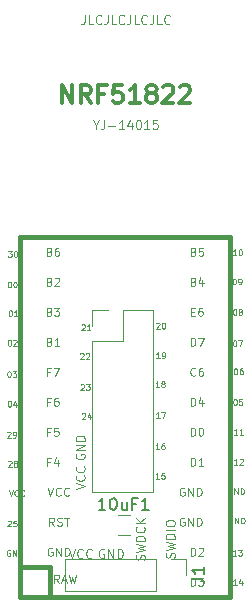
<source format=gbr>
G04 #@! TF.FileFunction,Legend,Top*
%FSLAX46Y46*%
G04 Gerber Fmt 4.6, Leading zero omitted, Abs format (unit mm)*
G04 Created by KiCad (PCBNEW 4.0.7) date 05/30/18 17:56:51*
%MOMM*%
%LPD*%
G01*
G04 APERTURE LIST*
%ADD10C,0.100000*%
%ADD11C,0.300000*%
%ADD12C,0.381000*%
%ADD13C,0.120000*%
%ADD14C,0.150000*%
G04 APERTURE END LIST*
D10*
X151410682Y-108694350D02*
X151124968Y-108694350D01*
X151267825Y-108694350D02*
X151267825Y-108194350D01*
X151220206Y-108265779D01*
X151172587Y-108313398D01*
X151124968Y-108337208D01*
X151863063Y-108194350D02*
X151624968Y-108194350D01*
X151601158Y-108432446D01*
X151624968Y-108408636D01*
X151672587Y-108384827D01*
X151791634Y-108384827D01*
X151839253Y-108408636D01*
X151863063Y-108432446D01*
X151886872Y-108480065D01*
X151886872Y-108599112D01*
X151863063Y-108646731D01*
X151839253Y-108670541D01*
X151791634Y-108694350D01*
X151672587Y-108694350D01*
X151624968Y-108670541D01*
X151601158Y-108646731D01*
X151410682Y-106189910D02*
X151124968Y-106189910D01*
X151267825Y-106189910D02*
X151267825Y-105689910D01*
X151220206Y-105761339D01*
X151172587Y-105808958D01*
X151124968Y-105832768D01*
X151839253Y-105689910D02*
X151744015Y-105689910D01*
X151696396Y-105713720D01*
X151672587Y-105737530D01*
X151624968Y-105808958D01*
X151601158Y-105904196D01*
X151601158Y-106094672D01*
X151624968Y-106142291D01*
X151648777Y-106166101D01*
X151696396Y-106189910D01*
X151791634Y-106189910D01*
X151839253Y-106166101D01*
X151863063Y-106142291D01*
X151886872Y-106094672D01*
X151886872Y-105975625D01*
X151863063Y-105928006D01*
X151839253Y-105904196D01*
X151791634Y-105880387D01*
X151696396Y-105880387D01*
X151648777Y-105904196D01*
X151624968Y-105928006D01*
X151601158Y-105975625D01*
X151446242Y-103535610D02*
X151160528Y-103535610D01*
X151303385Y-103535610D02*
X151303385Y-103035610D01*
X151255766Y-103107039D01*
X151208147Y-103154658D01*
X151160528Y-103178468D01*
X151612909Y-103035610D02*
X151946242Y-103035610D01*
X151731956Y-103535610D01*
X151410682Y-100954970D02*
X151124968Y-100954970D01*
X151267825Y-100954970D02*
X151267825Y-100454970D01*
X151220206Y-100526399D01*
X151172587Y-100574018D01*
X151124968Y-100597828D01*
X151696396Y-100669256D02*
X151648777Y-100645447D01*
X151624968Y-100621637D01*
X151601158Y-100574018D01*
X151601158Y-100550209D01*
X151624968Y-100502590D01*
X151648777Y-100478780D01*
X151696396Y-100454970D01*
X151791634Y-100454970D01*
X151839253Y-100478780D01*
X151863063Y-100502590D01*
X151886872Y-100550209D01*
X151886872Y-100574018D01*
X151863063Y-100621637D01*
X151839253Y-100645447D01*
X151791634Y-100669256D01*
X151696396Y-100669256D01*
X151648777Y-100693066D01*
X151624968Y-100716875D01*
X151601158Y-100764494D01*
X151601158Y-100859732D01*
X151624968Y-100907351D01*
X151648777Y-100931161D01*
X151696396Y-100954970D01*
X151791634Y-100954970D01*
X151839253Y-100931161D01*
X151863063Y-100907351D01*
X151886872Y-100859732D01*
X151886872Y-100764494D01*
X151863063Y-100716875D01*
X151839253Y-100693066D01*
X151791634Y-100669256D01*
X151446242Y-98486090D02*
X151160528Y-98486090D01*
X151303385Y-98486090D02*
X151303385Y-97986090D01*
X151255766Y-98057519D01*
X151208147Y-98105138D01*
X151160528Y-98128948D01*
X151684337Y-98486090D02*
X151779575Y-98486090D01*
X151827194Y-98462281D01*
X151851004Y-98438471D01*
X151898623Y-98367043D01*
X151922432Y-98271805D01*
X151922432Y-98081329D01*
X151898623Y-98033710D01*
X151874813Y-98009900D01*
X151827194Y-97986090D01*
X151731956Y-97986090D01*
X151684337Y-98009900D01*
X151660528Y-98033710D01*
X151636718Y-98081329D01*
X151636718Y-98200376D01*
X151660528Y-98247995D01*
X151684337Y-98271805D01*
X151731956Y-98295614D01*
X151827194Y-98295614D01*
X151874813Y-98271805D01*
X151898623Y-98247995D01*
X151922432Y-98200376D01*
X151160528Y-95526730D02*
X151184338Y-95502920D01*
X151231957Y-95479110D01*
X151351004Y-95479110D01*
X151398623Y-95502920D01*
X151422433Y-95526730D01*
X151446242Y-95574349D01*
X151446242Y-95621968D01*
X151422433Y-95693396D01*
X151136719Y-95979110D01*
X151446242Y-95979110D01*
X151755766Y-95479110D02*
X151803385Y-95479110D01*
X151851004Y-95502920D01*
X151874813Y-95526730D01*
X151898623Y-95574349D01*
X151922432Y-95669587D01*
X151922432Y-95788634D01*
X151898623Y-95883872D01*
X151874813Y-95931491D01*
X151851004Y-95955301D01*
X151803385Y-95979110D01*
X151755766Y-95979110D01*
X151708147Y-95955301D01*
X151684337Y-95931491D01*
X151660528Y-95883872D01*
X151636718Y-95788634D01*
X151636718Y-95669587D01*
X151660528Y-95574349D01*
X151684337Y-95526730D01*
X151708147Y-95502920D01*
X151755766Y-95479110D01*
X144879108Y-103194990D02*
X144902918Y-103171180D01*
X144950537Y-103147370D01*
X145069584Y-103147370D01*
X145117203Y-103171180D01*
X145141013Y-103194990D01*
X145164822Y-103242609D01*
X145164822Y-103290228D01*
X145141013Y-103361656D01*
X144855299Y-103647370D01*
X145164822Y-103647370D01*
X145593393Y-103314037D02*
X145593393Y-103647370D01*
X145474346Y-103123561D02*
X145355298Y-103480704D01*
X145664822Y-103480704D01*
X144767348Y-100726110D02*
X144791158Y-100702300D01*
X144838777Y-100678490D01*
X144957824Y-100678490D01*
X145005443Y-100702300D01*
X145029253Y-100726110D01*
X145053062Y-100773729D01*
X145053062Y-100821348D01*
X145029253Y-100892776D01*
X144743539Y-101178490D01*
X145053062Y-101178490D01*
X145219729Y-100678490D02*
X145529252Y-100678490D01*
X145362586Y-100868967D01*
X145434014Y-100868967D01*
X145481633Y-100892776D01*
X145505443Y-100916586D01*
X145529252Y-100964205D01*
X145529252Y-101083252D01*
X145505443Y-101130871D01*
X145481633Y-101154681D01*
X145434014Y-101178490D01*
X145291157Y-101178490D01*
X145243538Y-101154681D01*
X145219729Y-101130871D01*
X144729248Y-98107370D02*
X144753058Y-98083560D01*
X144800677Y-98059750D01*
X144919724Y-98059750D01*
X144967343Y-98083560D01*
X144991153Y-98107370D01*
X145014962Y-98154989D01*
X145014962Y-98202608D01*
X144991153Y-98274036D01*
X144705439Y-98559750D01*
X145014962Y-98559750D01*
X145205438Y-98107370D02*
X145229248Y-98083560D01*
X145276867Y-98059750D01*
X145395914Y-98059750D01*
X145443533Y-98083560D01*
X145467343Y-98107370D01*
X145491152Y-98154989D01*
X145491152Y-98202608D01*
X145467343Y-98274036D01*
X145181629Y-98559750D01*
X145491152Y-98559750D01*
X144841008Y-95676590D02*
X144864818Y-95652780D01*
X144912437Y-95628970D01*
X145031484Y-95628970D01*
X145079103Y-95652780D01*
X145102913Y-95676590D01*
X145126722Y-95724209D01*
X145126722Y-95771828D01*
X145102913Y-95843256D01*
X144817199Y-96128970D01*
X145126722Y-96128970D01*
X145602912Y-96128970D02*
X145317198Y-96128970D01*
X145460055Y-96128970D02*
X145460055Y-95628970D01*
X145412436Y-95700399D01*
X145364817Y-95748018D01*
X145317198Y-95771828D01*
X138609439Y-89421210D02*
X138918962Y-89421210D01*
X138752296Y-89611687D01*
X138823724Y-89611687D01*
X138871343Y-89635496D01*
X138895153Y-89659306D01*
X138918962Y-89706925D01*
X138918962Y-89825972D01*
X138895153Y-89873591D01*
X138871343Y-89897401D01*
X138823724Y-89921210D01*
X138680867Y-89921210D01*
X138633248Y-89897401D01*
X138609439Y-89873591D01*
X139228486Y-89421210D02*
X139276105Y-89421210D01*
X139323724Y-89445020D01*
X139347533Y-89468830D01*
X139371343Y-89516449D01*
X139395152Y-89611687D01*
X139395152Y-89730734D01*
X139371343Y-89825972D01*
X139347533Y-89873591D01*
X139323724Y-89897401D01*
X139276105Y-89921210D01*
X139228486Y-89921210D01*
X139180867Y-89897401D01*
X139157057Y-89873591D01*
X139133248Y-89825972D01*
X139109438Y-89730734D01*
X139109438Y-89611687D01*
X139133248Y-89516449D01*
X139157057Y-89468830D01*
X139180867Y-89445020D01*
X139228486Y-89421210D01*
X138714196Y-92001850D02*
X138761815Y-92001850D01*
X138809434Y-92025660D01*
X138833243Y-92049470D01*
X138857053Y-92097089D01*
X138880862Y-92192327D01*
X138880862Y-92311374D01*
X138857053Y-92406612D01*
X138833243Y-92454231D01*
X138809434Y-92478041D01*
X138761815Y-92501850D01*
X138714196Y-92501850D01*
X138666577Y-92478041D01*
X138642767Y-92454231D01*
X138618958Y-92406612D01*
X138595148Y-92311374D01*
X138595148Y-92192327D01*
X138618958Y-92097089D01*
X138642767Y-92049470D01*
X138666577Y-92025660D01*
X138714196Y-92001850D01*
X139190386Y-92001850D02*
X139238005Y-92001850D01*
X139285624Y-92025660D01*
X139309433Y-92049470D01*
X139333243Y-92097089D01*
X139357052Y-92192327D01*
X139357052Y-92311374D01*
X139333243Y-92406612D01*
X139309433Y-92454231D01*
X139285624Y-92478041D01*
X139238005Y-92501850D01*
X139190386Y-92501850D01*
X139142767Y-92478041D01*
X139118957Y-92454231D01*
X139095148Y-92406612D01*
X139071338Y-92311374D01*
X139071338Y-92192327D01*
X139095148Y-92097089D01*
X139118957Y-92049470D01*
X139142767Y-92025660D01*
X139190386Y-92001850D01*
X138790396Y-94432630D02*
X138838015Y-94432630D01*
X138885634Y-94456440D01*
X138909443Y-94480250D01*
X138933253Y-94527869D01*
X138957062Y-94623107D01*
X138957062Y-94742154D01*
X138933253Y-94837392D01*
X138909443Y-94885011D01*
X138885634Y-94908821D01*
X138838015Y-94932630D01*
X138790396Y-94932630D01*
X138742777Y-94908821D01*
X138718967Y-94885011D01*
X138695158Y-94837392D01*
X138671348Y-94742154D01*
X138671348Y-94623107D01*
X138695158Y-94527869D01*
X138718967Y-94480250D01*
X138742777Y-94456440D01*
X138790396Y-94432630D01*
X139433252Y-94932630D02*
X139147538Y-94932630D01*
X139290395Y-94932630D02*
X139290395Y-94432630D01*
X139242776Y-94504059D01*
X139195157Y-94551678D01*
X139147538Y-94575488D01*
X138714196Y-96939610D02*
X138761815Y-96939610D01*
X138809434Y-96963420D01*
X138833243Y-96987230D01*
X138857053Y-97034849D01*
X138880862Y-97130087D01*
X138880862Y-97249134D01*
X138857053Y-97344372D01*
X138833243Y-97391991D01*
X138809434Y-97415801D01*
X138761815Y-97439610D01*
X138714196Y-97439610D01*
X138666577Y-97415801D01*
X138642767Y-97391991D01*
X138618958Y-97344372D01*
X138595148Y-97249134D01*
X138595148Y-97130087D01*
X138618958Y-97034849D01*
X138642767Y-96987230D01*
X138666577Y-96963420D01*
X138714196Y-96939610D01*
X139071338Y-96987230D02*
X139095148Y-96963420D01*
X139142767Y-96939610D01*
X139261814Y-96939610D01*
X139309433Y-96963420D01*
X139333243Y-96987230D01*
X139357052Y-97034849D01*
X139357052Y-97082468D01*
X139333243Y-97153896D01*
X139047529Y-97439610D01*
X139357052Y-97439610D01*
X138678636Y-99593910D02*
X138726255Y-99593910D01*
X138773874Y-99617720D01*
X138797683Y-99641530D01*
X138821493Y-99689149D01*
X138845302Y-99784387D01*
X138845302Y-99903434D01*
X138821493Y-99998672D01*
X138797683Y-100046291D01*
X138773874Y-100070101D01*
X138726255Y-100093910D01*
X138678636Y-100093910D01*
X138631017Y-100070101D01*
X138607207Y-100046291D01*
X138583398Y-99998672D01*
X138559588Y-99903434D01*
X138559588Y-99784387D01*
X138583398Y-99689149D01*
X138607207Y-99641530D01*
X138631017Y-99617720D01*
X138678636Y-99593910D01*
X139011969Y-99593910D02*
X139321492Y-99593910D01*
X139154826Y-99784387D01*
X139226254Y-99784387D01*
X139273873Y-99808196D01*
X139297683Y-99832006D01*
X139321492Y-99879625D01*
X139321492Y-99998672D01*
X139297683Y-100046291D01*
X139273873Y-100070101D01*
X139226254Y-100093910D01*
X139083397Y-100093910D01*
X139035778Y-100070101D01*
X139011969Y-100046291D01*
X138714196Y-102098350D02*
X138761815Y-102098350D01*
X138809434Y-102122160D01*
X138833243Y-102145970D01*
X138857053Y-102193589D01*
X138880862Y-102288827D01*
X138880862Y-102407874D01*
X138857053Y-102503112D01*
X138833243Y-102550731D01*
X138809434Y-102574541D01*
X138761815Y-102598350D01*
X138714196Y-102598350D01*
X138666577Y-102574541D01*
X138642767Y-102550731D01*
X138618958Y-102503112D01*
X138595148Y-102407874D01*
X138595148Y-102288827D01*
X138618958Y-102193589D01*
X138642767Y-102145970D01*
X138666577Y-102122160D01*
X138714196Y-102098350D01*
X139309433Y-102265017D02*
X139309433Y-102598350D01*
X139190386Y-102074541D02*
X139071338Y-102431684D01*
X139380862Y-102431684D01*
X138559588Y-104764710D02*
X138583398Y-104740900D01*
X138631017Y-104717090D01*
X138750064Y-104717090D01*
X138797683Y-104740900D01*
X138821493Y-104764710D01*
X138845302Y-104812329D01*
X138845302Y-104859948D01*
X138821493Y-104931376D01*
X138535779Y-105217090D01*
X138845302Y-105217090D01*
X139083397Y-105217090D02*
X139178635Y-105217090D01*
X139226254Y-105193281D01*
X139250064Y-105169471D01*
X139297683Y-105098043D01*
X139321492Y-105002805D01*
X139321492Y-104812329D01*
X139297683Y-104764710D01*
X139273873Y-104740900D01*
X139226254Y-104717090D01*
X139131016Y-104717090D01*
X139083397Y-104740900D01*
X139059588Y-104764710D01*
X139035778Y-104812329D01*
X139035778Y-104931376D01*
X139059588Y-104978995D01*
X139083397Y-105002805D01*
X139131016Y-105026614D01*
X139226254Y-105026614D01*
X139273873Y-105002805D01*
X139297683Y-104978995D01*
X139321492Y-104931376D01*
X138633248Y-107233590D02*
X138657058Y-107209780D01*
X138704677Y-107185970D01*
X138823724Y-107185970D01*
X138871343Y-107209780D01*
X138895153Y-107233590D01*
X138918962Y-107281209D01*
X138918962Y-107328828D01*
X138895153Y-107400256D01*
X138609439Y-107685970D01*
X138918962Y-107685970D01*
X139204676Y-107400256D02*
X139157057Y-107376447D01*
X139133248Y-107352637D01*
X139109438Y-107305018D01*
X139109438Y-107281209D01*
X139133248Y-107233590D01*
X139157057Y-107209780D01*
X139204676Y-107185970D01*
X139299914Y-107185970D01*
X139347533Y-107209780D01*
X139371343Y-107233590D01*
X139395152Y-107281209D01*
X139395152Y-107305018D01*
X139371343Y-107352637D01*
X139347533Y-107376447D01*
X139299914Y-107400256D01*
X139204676Y-107400256D01*
X139157057Y-107424066D01*
X139133248Y-107447875D01*
X139109438Y-107495494D01*
X139109438Y-107590732D01*
X139133248Y-107638351D01*
X139157057Y-107662161D01*
X139204676Y-107685970D01*
X139299914Y-107685970D01*
X139347533Y-107662161D01*
X139371343Y-107638351D01*
X139395152Y-107590732D01*
X139395152Y-107495494D01*
X139371343Y-107447875D01*
X139347533Y-107424066D01*
X139299914Y-107400256D01*
X138685354Y-109652310D02*
X138852021Y-110152310D01*
X139018687Y-109652310D01*
X139471068Y-110104691D02*
X139447258Y-110128501D01*
X139375830Y-110152310D01*
X139328211Y-110152310D01*
X139256782Y-110128501D01*
X139209163Y-110080882D01*
X139185354Y-110033263D01*
X139161544Y-109938025D01*
X139161544Y-109866596D01*
X139185354Y-109771358D01*
X139209163Y-109723739D01*
X139256782Y-109676120D01*
X139328211Y-109652310D01*
X139375830Y-109652310D01*
X139447258Y-109676120D01*
X139471068Y-109699930D01*
X139971068Y-110104691D02*
X139947258Y-110128501D01*
X139875830Y-110152310D01*
X139828211Y-110152310D01*
X139756782Y-110128501D01*
X139709163Y-110080882D01*
X139685354Y-110033263D01*
X139661544Y-109938025D01*
X139661544Y-109866596D01*
X139685354Y-109771358D01*
X139709163Y-109723739D01*
X139756782Y-109676120D01*
X139828211Y-109652310D01*
X139875830Y-109652310D01*
X139947258Y-109676120D01*
X139971068Y-109699930D01*
X138595148Y-112280570D02*
X138618958Y-112256760D01*
X138666577Y-112232950D01*
X138785624Y-112232950D01*
X138833243Y-112256760D01*
X138857053Y-112280570D01*
X138880862Y-112328189D01*
X138880862Y-112375808D01*
X138857053Y-112447236D01*
X138571339Y-112732950D01*
X138880862Y-112732950D01*
X139333243Y-112232950D02*
X139095148Y-112232950D01*
X139071338Y-112471046D01*
X139095148Y-112447236D01*
X139142767Y-112423427D01*
X139261814Y-112423427D01*
X139309433Y-112447236D01*
X139333243Y-112471046D01*
X139357052Y-112518665D01*
X139357052Y-112637712D01*
X139333243Y-112685331D01*
X139309433Y-112709141D01*
X139261814Y-112732950D01*
X139142767Y-112732950D01*
X139095148Y-112709141D01*
X139071338Y-112685331D01*
X138783107Y-114763740D02*
X138735488Y-114739930D01*
X138664060Y-114739930D01*
X138592631Y-114763740D01*
X138545012Y-114811359D01*
X138521203Y-114858978D01*
X138497393Y-114954216D01*
X138497393Y-115025645D01*
X138521203Y-115120883D01*
X138545012Y-115168502D01*
X138592631Y-115216121D01*
X138664060Y-115239930D01*
X138711679Y-115239930D01*
X138783107Y-115216121D01*
X138806917Y-115192311D01*
X138806917Y-115025645D01*
X138711679Y-115025645D01*
X139021203Y-115239930D02*
X139021203Y-114739930D01*
X139306917Y-115239930D01*
X139306917Y-114739930D01*
X139545013Y-115239930D02*
X139545013Y-114739930D01*
X139664060Y-114739930D01*
X139735489Y-114763740D01*
X139783108Y-114811359D01*
X139806917Y-114858978D01*
X139830727Y-114954216D01*
X139830727Y-115025645D01*
X139806917Y-115120883D01*
X139783108Y-115168502D01*
X139735489Y-115216121D01*
X139664060Y-115239930D01*
X139545013Y-115239930D01*
X157991822Y-117670710D02*
X157706108Y-117670710D01*
X157848965Y-117670710D02*
X157848965Y-117170710D01*
X157801346Y-117242139D01*
X157753727Y-117289758D01*
X157706108Y-117313568D01*
X158420393Y-117337377D02*
X158420393Y-117670710D01*
X158301346Y-117146901D02*
X158182298Y-117504044D01*
X158491822Y-117504044D01*
X157953722Y-115209450D02*
X157668008Y-115209450D01*
X157810865Y-115209450D02*
X157810865Y-114709450D01*
X157763246Y-114780879D01*
X157715627Y-114828498D01*
X157668008Y-114852308D01*
X158120389Y-114709450D02*
X158429912Y-114709450D01*
X158263246Y-114899927D01*
X158334674Y-114899927D01*
X158382293Y-114923736D01*
X158406103Y-114947546D01*
X158429912Y-114995165D01*
X158429912Y-115114212D01*
X158406103Y-115161831D01*
X158382293Y-115185641D01*
X158334674Y-115209450D01*
X158191817Y-115209450D01*
X158144198Y-115185641D01*
X158120389Y-115161831D01*
X157594347Y-112002760D02*
X157546728Y-111978950D01*
X157475300Y-111978950D01*
X157403871Y-112002760D01*
X157356252Y-112050379D01*
X157332443Y-112097998D01*
X157308633Y-112193236D01*
X157308633Y-112264665D01*
X157332443Y-112359903D01*
X157356252Y-112407522D01*
X157403871Y-112455141D01*
X157475300Y-112478950D01*
X157522919Y-112478950D01*
X157594347Y-112455141D01*
X157618157Y-112431331D01*
X157618157Y-112264665D01*
X157522919Y-112264665D01*
X157832443Y-112478950D02*
X157832443Y-111978950D01*
X158118157Y-112478950D01*
X158118157Y-111978950D01*
X158356253Y-112478950D02*
X158356253Y-111978950D01*
X158475300Y-111978950D01*
X158546729Y-112002760D01*
X158594348Y-112050379D01*
X158618157Y-112097998D01*
X158641967Y-112193236D01*
X158641967Y-112264665D01*
X158618157Y-112359903D01*
X158594348Y-112407522D01*
X158546729Y-112455141D01*
X158475300Y-112478950D01*
X158356253Y-112478950D01*
X157556247Y-109536420D02*
X157508628Y-109512610D01*
X157437200Y-109512610D01*
X157365771Y-109536420D01*
X157318152Y-109584039D01*
X157294343Y-109631658D01*
X157270533Y-109726896D01*
X157270533Y-109798325D01*
X157294343Y-109893563D01*
X157318152Y-109941182D01*
X157365771Y-109988801D01*
X157437200Y-110012610D01*
X157484819Y-110012610D01*
X157556247Y-109988801D01*
X157580057Y-109964991D01*
X157580057Y-109798325D01*
X157484819Y-109798325D01*
X157794343Y-110012610D02*
X157794343Y-109512610D01*
X158080057Y-110012610D01*
X158080057Y-109512610D01*
X158318153Y-110012610D02*
X158318153Y-109512610D01*
X158437200Y-109512610D01*
X158508629Y-109536420D01*
X158556248Y-109584039D01*
X158580057Y-109631658D01*
X158603867Y-109726896D01*
X158603867Y-109798325D01*
X158580057Y-109893563D01*
X158556248Y-109941182D01*
X158508629Y-109988801D01*
X158437200Y-110012610D01*
X158318153Y-110012610D01*
X158029922Y-107505630D02*
X157744208Y-107505630D01*
X157887065Y-107505630D02*
X157887065Y-107005630D01*
X157839446Y-107077059D01*
X157791827Y-107124678D01*
X157744208Y-107148488D01*
X158220398Y-107053250D02*
X158244208Y-107029440D01*
X158291827Y-107005630D01*
X158410874Y-107005630D01*
X158458493Y-107029440D01*
X158482303Y-107053250D01*
X158506112Y-107100869D01*
X158506112Y-107148488D01*
X158482303Y-107219916D01*
X158196589Y-107505630D01*
X158506112Y-107505630D01*
X158029922Y-104963090D02*
X157744208Y-104963090D01*
X157887065Y-104963090D02*
X157887065Y-104463090D01*
X157839446Y-104534519D01*
X157791827Y-104582138D01*
X157744208Y-104605948D01*
X158506112Y-104963090D02*
X158220398Y-104963090D01*
X158363255Y-104963090D02*
X158363255Y-104463090D01*
X158315636Y-104534519D01*
X158268017Y-104582138D01*
X158220398Y-104605948D01*
X157825156Y-101956110D02*
X157872775Y-101956110D01*
X157920394Y-101979920D01*
X157944203Y-102003730D01*
X157968013Y-102051349D01*
X157991822Y-102146587D01*
X157991822Y-102265634D01*
X157968013Y-102360872D01*
X157944203Y-102408491D01*
X157920394Y-102432301D01*
X157872775Y-102456110D01*
X157825156Y-102456110D01*
X157777537Y-102432301D01*
X157753727Y-102408491D01*
X157729918Y-102360872D01*
X157706108Y-102265634D01*
X157706108Y-102146587D01*
X157729918Y-102051349D01*
X157753727Y-102003730D01*
X157777537Y-101979920D01*
X157825156Y-101956110D01*
X158444203Y-101956110D02*
X158206108Y-101956110D01*
X158182298Y-102194206D01*
X158206108Y-102170396D01*
X158253727Y-102146587D01*
X158372774Y-102146587D01*
X158420393Y-102170396D01*
X158444203Y-102194206D01*
X158468012Y-102241825D01*
X158468012Y-102360872D01*
X158444203Y-102408491D01*
X158420393Y-102432301D01*
X158372774Y-102456110D01*
X158253727Y-102456110D01*
X158206108Y-102432301D01*
X158182298Y-102408491D01*
X157863256Y-99339910D02*
X157910875Y-99339910D01*
X157958494Y-99363720D01*
X157982303Y-99387530D01*
X158006113Y-99435149D01*
X158029922Y-99530387D01*
X158029922Y-99649434D01*
X158006113Y-99744672D01*
X157982303Y-99792291D01*
X157958494Y-99816101D01*
X157910875Y-99839910D01*
X157863256Y-99839910D01*
X157815637Y-99816101D01*
X157791827Y-99792291D01*
X157768018Y-99744672D01*
X157744208Y-99649434D01*
X157744208Y-99530387D01*
X157768018Y-99435149D01*
X157791827Y-99387530D01*
X157815637Y-99363720D01*
X157863256Y-99339910D01*
X158458493Y-99339910D02*
X158363255Y-99339910D01*
X158315636Y-99363720D01*
X158291827Y-99387530D01*
X158244208Y-99458958D01*
X158220398Y-99554196D01*
X158220398Y-99744672D01*
X158244208Y-99792291D01*
X158268017Y-99816101D01*
X158315636Y-99839910D01*
X158410874Y-99839910D01*
X158458493Y-99816101D01*
X158482303Y-99792291D01*
X158506112Y-99744672D01*
X158506112Y-99625625D01*
X158482303Y-99578006D01*
X158458493Y-99554196D01*
X158410874Y-99530387D01*
X158315636Y-99530387D01*
X158268017Y-99554196D01*
X158244208Y-99578006D01*
X158220398Y-99625625D01*
X157787056Y-96982790D02*
X157834675Y-96982790D01*
X157882294Y-97006600D01*
X157906103Y-97030410D01*
X157929913Y-97078029D01*
X157953722Y-97173267D01*
X157953722Y-97292314D01*
X157929913Y-97387552D01*
X157906103Y-97435171D01*
X157882294Y-97458981D01*
X157834675Y-97482790D01*
X157787056Y-97482790D01*
X157739437Y-97458981D01*
X157715627Y-97435171D01*
X157691818Y-97387552D01*
X157668008Y-97292314D01*
X157668008Y-97173267D01*
X157691818Y-97078029D01*
X157715627Y-97030410D01*
X157739437Y-97006600D01*
X157787056Y-96982790D01*
X158120389Y-96982790D02*
X158453722Y-96982790D01*
X158239436Y-97482790D01*
X157787056Y-94328490D02*
X157834675Y-94328490D01*
X157882294Y-94352300D01*
X157906103Y-94376110D01*
X157929913Y-94423729D01*
X157953722Y-94518967D01*
X157953722Y-94638014D01*
X157929913Y-94733252D01*
X157906103Y-94780871D01*
X157882294Y-94804681D01*
X157834675Y-94828490D01*
X157787056Y-94828490D01*
X157739437Y-94804681D01*
X157715627Y-94780871D01*
X157691818Y-94733252D01*
X157668008Y-94638014D01*
X157668008Y-94518967D01*
X157691818Y-94423729D01*
X157715627Y-94376110D01*
X157739437Y-94352300D01*
X157787056Y-94328490D01*
X158239436Y-94542776D02*
X158191817Y-94518967D01*
X158168008Y-94495157D01*
X158144198Y-94447538D01*
X158144198Y-94423729D01*
X158168008Y-94376110D01*
X158191817Y-94352300D01*
X158239436Y-94328490D01*
X158334674Y-94328490D01*
X158382293Y-94352300D01*
X158406103Y-94376110D01*
X158429912Y-94423729D01*
X158429912Y-94447538D01*
X158406103Y-94495157D01*
X158382293Y-94518967D01*
X158334674Y-94542776D01*
X158239436Y-94542776D01*
X158191817Y-94566586D01*
X158168008Y-94590395D01*
X158144198Y-94638014D01*
X158144198Y-94733252D01*
X158168008Y-94780871D01*
X158191817Y-94804681D01*
X158239436Y-94828490D01*
X158334674Y-94828490D01*
X158382293Y-94804681D01*
X158406103Y-94780871D01*
X158429912Y-94733252D01*
X158429912Y-94638014D01*
X158406103Y-94590395D01*
X158382293Y-94566586D01*
X158334674Y-94542776D01*
X157748956Y-91747850D02*
X157796575Y-91747850D01*
X157844194Y-91771660D01*
X157868003Y-91795470D01*
X157891813Y-91843089D01*
X157915622Y-91938327D01*
X157915622Y-92057374D01*
X157891813Y-92152612D01*
X157868003Y-92200231D01*
X157844194Y-92224041D01*
X157796575Y-92247850D01*
X157748956Y-92247850D01*
X157701337Y-92224041D01*
X157677527Y-92200231D01*
X157653718Y-92152612D01*
X157629908Y-92057374D01*
X157629908Y-91938327D01*
X157653718Y-91843089D01*
X157677527Y-91795470D01*
X157701337Y-91771660D01*
X157748956Y-91747850D01*
X158153717Y-92247850D02*
X158248955Y-92247850D01*
X158296574Y-92224041D01*
X158320384Y-92200231D01*
X158368003Y-92128803D01*
X158391812Y-92033565D01*
X158391812Y-91843089D01*
X158368003Y-91795470D01*
X158344193Y-91771660D01*
X158296574Y-91747850D01*
X158201336Y-91747850D01*
X158153717Y-91771660D01*
X158129908Y-91795470D01*
X158106098Y-91843089D01*
X158106098Y-91962136D01*
X158129908Y-92009755D01*
X158153717Y-92033565D01*
X158201336Y-92057374D01*
X158296574Y-92057374D01*
X158344193Y-92033565D01*
X158368003Y-92009755D01*
X158391812Y-91962136D01*
X157953722Y-89778970D02*
X157668008Y-89778970D01*
X157810865Y-89778970D02*
X157810865Y-89278970D01*
X157763246Y-89350399D01*
X157715627Y-89398018D01*
X157668008Y-89421828D01*
X158263246Y-89278970D02*
X158310865Y-89278970D01*
X158358484Y-89302780D01*
X158382293Y-89326590D01*
X158406103Y-89374209D01*
X158429912Y-89469447D01*
X158429912Y-89588494D01*
X158406103Y-89683732D01*
X158382293Y-89731351D01*
X158358484Y-89755161D01*
X158310865Y-89778970D01*
X158263246Y-89778970D01*
X158215627Y-89755161D01*
X158191817Y-89731351D01*
X158168008Y-89683732D01*
X158144198Y-89588494D01*
X158144198Y-89469447D01*
X158168008Y-89374209D01*
X158191817Y-89326590D01*
X158215627Y-89302780D01*
X158263246Y-89278970D01*
X144405000Y-106616428D02*
X144369286Y-106687857D01*
X144369286Y-106795000D01*
X144405000Y-106902143D01*
X144476429Y-106973571D01*
X144547857Y-107009286D01*
X144690714Y-107045000D01*
X144797857Y-107045000D01*
X144940714Y-107009286D01*
X145012143Y-106973571D01*
X145083571Y-106902143D01*
X145119286Y-106795000D01*
X145119286Y-106723571D01*
X145083571Y-106616428D01*
X145047857Y-106580714D01*
X144797857Y-106580714D01*
X144797857Y-106723571D01*
X145119286Y-106259286D02*
X144369286Y-106259286D01*
X145119286Y-105830714D01*
X144369286Y-105830714D01*
X145119286Y-105473572D02*
X144369286Y-105473572D01*
X144369286Y-105295000D01*
X144405000Y-105187857D01*
X144476429Y-105116429D01*
X144547857Y-105080714D01*
X144690714Y-105045000D01*
X144797857Y-105045000D01*
X144940714Y-105080714D01*
X145012143Y-105116429D01*
X145083571Y-105187857D01*
X145119286Y-105295000D01*
X145119286Y-105473572D01*
X144369286Y-109584999D02*
X145119286Y-109334999D01*
X144369286Y-109084999D01*
X145047857Y-108406428D02*
X145083571Y-108442142D01*
X145119286Y-108549285D01*
X145119286Y-108620714D01*
X145083571Y-108727857D01*
X145012143Y-108799285D01*
X144940714Y-108835000D01*
X144797857Y-108870714D01*
X144690714Y-108870714D01*
X144547857Y-108835000D01*
X144476429Y-108799285D01*
X144405000Y-108727857D01*
X144369286Y-108620714D01*
X144369286Y-108549285D01*
X144405000Y-108442142D01*
X144440714Y-108406428D01*
X145047857Y-107656428D02*
X145083571Y-107692142D01*
X145119286Y-107799285D01*
X145119286Y-107870714D01*
X145083571Y-107977857D01*
X145012143Y-108049285D01*
X144940714Y-108085000D01*
X144797857Y-108120714D01*
X144690714Y-108120714D01*
X144547857Y-108085000D01*
X144476429Y-108049285D01*
X144405000Y-107977857D01*
X144369286Y-107870714D01*
X144369286Y-107799285D01*
X144405000Y-107692142D01*
X144440714Y-107656428D01*
D11*
X143197144Y-76878571D02*
X143197144Y-75378571D01*
X144054287Y-76878571D01*
X144054287Y-75378571D01*
X145625716Y-76878571D02*
X145125716Y-76164286D01*
X144768573Y-76878571D02*
X144768573Y-75378571D01*
X145340001Y-75378571D01*
X145482859Y-75450000D01*
X145554287Y-75521429D01*
X145625716Y-75664286D01*
X145625716Y-75878571D01*
X145554287Y-76021429D01*
X145482859Y-76092857D01*
X145340001Y-76164286D01*
X144768573Y-76164286D01*
X146768573Y-76092857D02*
X146268573Y-76092857D01*
X146268573Y-76878571D02*
X146268573Y-75378571D01*
X146982859Y-75378571D01*
X148268573Y-75378571D02*
X147554287Y-75378571D01*
X147482858Y-76092857D01*
X147554287Y-76021429D01*
X147697144Y-75950000D01*
X148054287Y-75950000D01*
X148197144Y-76021429D01*
X148268573Y-76092857D01*
X148340001Y-76235714D01*
X148340001Y-76592857D01*
X148268573Y-76735714D01*
X148197144Y-76807143D01*
X148054287Y-76878571D01*
X147697144Y-76878571D01*
X147554287Y-76807143D01*
X147482858Y-76735714D01*
X149768572Y-76878571D02*
X148911429Y-76878571D01*
X149340001Y-76878571D02*
X149340001Y-75378571D01*
X149197144Y-75592857D01*
X149054286Y-75735714D01*
X148911429Y-75807143D01*
X150625715Y-76021429D02*
X150482857Y-75950000D01*
X150411429Y-75878571D01*
X150340000Y-75735714D01*
X150340000Y-75664286D01*
X150411429Y-75521429D01*
X150482857Y-75450000D01*
X150625715Y-75378571D01*
X150911429Y-75378571D01*
X151054286Y-75450000D01*
X151125715Y-75521429D01*
X151197143Y-75664286D01*
X151197143Y-75735714D01*
X151125715Y-75878571D01*
X151054286Y-75950000D01*
X150911429Y-76021429D01*
X150625715Y-76021429D01*
X150482857Y-76092857D01*
X150411429Y-76164286D01*
X150340000Y-76307143D01*
X150340000Y-76592857D01*
X150411429Y-76735714D01*
X150482857Y-76807143D01*
X150625715Y-76878571D01*
X150911429Y-76878571D01*
X151054286Y-76807143D01*
X151125715Y-76735714D01*
X151197143Y-76592857D01*
X151197143Y-76307143D01*
X151125715Y-76164286D01*
X151054286Y-76092857D01*
X150911429Y-76021429D01*
X151768571Y-75521429D02*
X151840000Y-75450000D01*
X151982857Y-75378571D01*
X152340000Y-75378571D01*
X152482857Y-75450000D01*
X152554286Y-75521429D01*
X152625714Y-75664286D01*
X152625714Y-75807143D01*
X152554286Y-76021429D01*
X151697143Y-76878571D01*
X152625714Y-76878571D01*
X153197142Y-75521429D02*
X153268571Y-75450000D01*
X153411428Y-75378571D01*
X153768571Y-75378571D01*
X153911428Y-75450000D01*
X153982857Y-75521429D01*
X154054285Y-75664286D01*
X154054285Y-75807143D01*
X153982857Y-76021429D01*
X153125714Y-76878571D01*
X154054285Y-76878571D01*
D10*
X146054286Y-78722143D02*
X146054286Y-79079286D01*
X145804286Y-78329286D02*
X146054286Y-78722143D01*
X146304286Y-78329286D01*
X146768571Y-78329286D02*
X146768571Y-78865000D01*
X146732857Y-78972143D01*
X146661428Y-79043571D01*
X146554285Y-79079286D01*
X146482857Y-79079286D01*
X147125714Y-78793571D02*
X147697143Y-78793571D01*
X148447143Y-79079286D02*
X148018571Y-79079286D01*
X148232857Y-79079286D02*
X148232857Y-78329286D01*
X148161428Y-78436429D01*
X148090000Y-78507857D01*
X148018571Y-78543571D01*
X149090000Y-78579286D02*
X149090000Y-79079286D01*
X148911429Y-78293571D02*
X148732857Y-78829286D01*
X149197143Y-78829286D01*
X149625715Y-78329286D02*
X149697143Y-78329286D01*
X149768572Y-78365000D01*
X149804286Y-78400714D01*
X149840000Y-78472143D01*
X149875715Y-78615000D01*
X149875715Y-78793571D01*
X149840000Y-78936429D01*
X149804286Y-79007857D01*
X149768572Y-79043571D01*
X149697143Y-79079286D01*
X149625715Y-79079286D01*
X149554286Y-79043571D01*
X149518572Y-79007857D01*
X149482857Y-78936429D01*
X149447143Y-78793571D01*
X149447143Y-78615000D01*
X149482857Y-78472143D01*
X149518572Y-78400714D01*
X149554286Y-78365000D01*
X149625715Y-78329286D01*
X150590001Y-79079286D02*
X150161429Y-79079286D01*
X150375715Y-79079286D02*
X150375715Y-78329286D01*
X150304286Y-78436429D01*
X150232858Y-78507857D01*
X150161429Y-78543571D01*
X151268572Y-78329286D02*
X150911429Y-78329286D01*
X150875715Y-78686429D01*
X150911429Y-78650714D01*
X150982858Y-78615000D01*
X151161429Y-78615000D01*
X151232858Y-78650714D01*
X151268572Y-78686429D01*
X151304287Y-78757857D01*
X151304287Y-78936429D01*
X151268572Y-79007857D01*
X151232858Y-79043571D01*
X151161429Y-79079286D01*
X150982858Y-79079286D01*
X150911429Y-79043571D01*
X150875715Y-79007857D01*
X145125713Y-69439286D02*
X145125713Y-69975000D01*
X145089999Y-70082143D01*
X145018570Y-70153571D01*
X144911427Y-70189286D01*
X144839999Y-70189286D01*
X145839999Y-70189286D02*
X145482856Y-70189286D01*
X145482856Y-69439286D01*
X146518571Y-70117857D02*
X146482857Y-70153571D01*
X146375714Y-70189286D01*
X146304285Y-70189286D01*
X146197142Y-70153571D01*
X146125714Y-70082143D01*
X146089999Y-70010714D01*
X146054285Y-69867857D01*
X146054285Y-69760714D01*
X146089999Y-69617857D01*
X146125714Y-69546429D01*
X146197142Y-69475000D01*
X146304285Y-69439286D01*
X146375714Y-69439286D01*
X146482857Y-69475000D01*
X146518571Y-69510714D01*
X147054285Y-69439286D02*
X147054285Y-69975000D01*
X147018571Y-70082143D01*
X146947142Y-70153571D01*
X146839999Y-70189286D01*
X146768571Y-70189286D01*
X147768571Y-70189286D02*
X147411428Y-70189286D01*
X147411428Y-69439286D01*
X148447143Y-70117857D02*
X148411429Y-70153571D01*
X148304286Y-70189286D01*
X148232857Y-70189286D01*
X148125714Y-70153571D01*
X148054286Y-70082143D01*
X148018571Y-70010714D01*
X147982857Y-69867857D01*
X147982857Y-69760714D01*
X148018571Y-69617857D01*
X148054286Y-69546429D01*
X148125714Y-69475000D01*
X148232857Y-69439286D01*
X148304286Y-69439286D01*
X148411429Y-69475000D01*
X148447143Y-69510714D01*
X148982857Y-69439286D02*
X148982857Y-69975000D01*
X148947143Y-70082143D01*
X148875714Y-70153571D01*
X148768571Y-70189286D01*
X148697143Y-70189286D01*
X149697143Y-70189286D02*
X149340000Y-70189286D01*
X149340000Y-69439286D01*
X150375715Y-70117857D02*
X150340001Y-70153571D01*
X150232858Y-70189286D01*
X150161429Y-70189286D01*
X150054286Y-70153571D01*
X149982858Y-70082143D01*
X149947143Y-70010714D01*
X149911429Y-69867857D01*
X149911429Y-69760714D01*
X149947143Y-69617857D01*
X149982858Y-69546429D01*
X150054286Y-69475000D01*
X150161429Y-69439286D01*
X150232858Y-69439286D01*
X150340001Y-69475000D01*
X150375715Y-69510714D01*
X150911429Y-69439286D02*
X150911429Y-69975000D01*
X150875715Y-70082143D01*
X150804286Y-70153571D01*
X150697143Y-70189286D01*
X150625715Y-70189286D01*
X151625715Y-70189286D02*
X151268572Y-70189286D01*
X151268572Y-69439286D01*
X152304287Y-70117857D02*
X152268573Y-70153571D01*
X152161430Y-70189286D01*
X152090001Y-70189286D01*
X151982858Y-70153571D01*
X151911430Y-70082143D01*
X151875715Y-70010714D01*
X151840001Y-69867857D01*
X151840001Y-69760714D01*
X151875715Y-69617857D01*
X151911430Y-69546429D01*
X151982858Y-69475000D01*
X152090001Y-69439286D01*
X152161430Y-69439286D01*
X152268573Y-69475000D01*
X152304287Y-69510714D01*
X152703571Y-115381286D02*
X152739286Y-115274143D01*
X152739286Y-115095572D01*
X152703571Y-115024143D01*
X152667857Y-114988429D01*
X152596429Y-114952714D01*
X152525000Y-114952714D01*
X152453571Y-114988429D01*
X152417857Y-115024143D01*
X152382143Y-115095572D01*
X152346429Y-115238429D01*
X152310714Y-115309857D01*
X152275000Y-115345572D01*
X152203571Y-115381286D01*
X152132143Y-115381286D01*
X152060714Y-115345572D01*
X152025000Y-115309857D01*
X151989286Y-115238429D01*
X151989286Y-115059857D01*
X152025000Y-114952714D01*
X151989286Y-114702714D02*
X152739286Y-114524143D01*
X152203571Y-114381286D01*
X152739286Y-114238428D01*
X151989286Y-114059857D01*
X152739286Y-113774143D02*
X151989286Y-113774143D01*
X151989286Y-113595571D01*
X152025000Y-113488428D01*
X152096429Y-113417000D01*
X152167857Y-113381285D01*
X152310714Y-113345571D01*
X152417857Y-113345571D01*
X152560714Y-113381285D01*
X152632143Y-113417000D01*
X152703571Y-113488428D01*
X152739286Y-113595571D01*
X152739286Y-113774143D01*
X152739286Y-113024143D02*
X151989286Y-113024143D01*
X151989286Y-112524142D02*
X151989286Y-112381285D01*
X152025000Y-112309857D01*
X152096429Y-112238428D01*
X152239286Y-112202714D01*
X152489286Y-112202714D01*
X152632143Y-112238428D01*
X152703571Y-112309857D01*
X152739286Y-112381285D01*
X152739286Y-112524142D01*
X152703571Y-112595571D01*
X152632143Y-112667000D01*
X152489286Y-112702714D01*
X152239286Y-112702714D01*
X152096429Y-112667000D01*
X152025000Y-112595571D01*
X151989286Y-112524142D01*
X150163571Y-115559857D02*
X150199286Y-115452714D01*
X150199286Y-115274143D01*
X150163571Y-115202714D01*
X150127857Y-115167000D01*
X150056429Y-115131285D01*
X149985000Y-115131285D01*
X149913571Y-115167000D01*
X149877857Y-115202714D01*
X149842143Y-115274143D01*
X149806429Y-115417000D01*
X149770714Y-115488428D01*
X149735000Y-115524143D01*
X149663571Y-115559857D01*
X149592143Y-115559857D01*
X149520714Y-115524143D01*
X149485000Y-115488428D01*
X149449286Y-115417000D01*
X149449286Y-115238428D01*
X149485000Y-115131285D01*
X149449286Y-114881285D02*
X150199286Y-114702714D01*
X149663571Y-114559857D01*
X150199286Y-114416999D01*
X149449286Y-114238428D01*
X150199286Y-113952714D02*
X149449286Y-113952714D01*
X149449286Y-113774142D01*
X149485000Y-113666999D01*
X149556429Y-113595571D01*
X149627857Y-113559856D01*
X149770714Y-113524142D01*
X149877857Y-113524142D01*
X150020714Y-113559856D01*
X150092143Y-113595571D01*
X150163571Y-113666999D01*
X150199286Y-113774142D01*
X150199286Y-113952714D01*
X150127857Y-112774142D02*
X150163571Y-112809856D01*
X150199286Y-112916999D01*
X150199286Y-112988428D01*
X150163571Y-113095571D01*
X150092143Y-113166999D01*
X150020714Y-113202714D01*
X149877857Y-113238428D01*
X149770714Y-113238428D01*
X149627857Y-113202714D01*
X149556429Y-113166999D01*
X149485000Y-113095571D01*
X149449286Y-112988428D01*
X149449286Y-112916999D01*
X149485000Y-112809856D01*
X149520714Y-112774142D01*
X150199286Y-112452714D02*
X149449286Y-112452714D01*
X150199286Y-112024142D02*
X149770714Y-112345571D01*
X149449286Y-112024142D02*
X149877857Y-112452714D01*
X146748572Y-114687000D02*
X146677143Y-114651286D01*
X146570000Y-114651286D01*
X146462857Y-114687000D01*
X146391429Y-114758429D01*
X146355714Y-114829857D01*
X146320000Y-114972714D01*
X146320000Y-115079857D01*
X146355714Y-115222714D01*
X146391429Y-115294143D01*
X146462857Y-115365571D01*
X146570000Y-115401286D01*
X146641429Y-115401286D01*
X146748572Y-115365571D01*
X146784286Y-115329857D01*
X146784286Y-115079857D01*
X146641429Y-115079857D01*
X147105714Y-115401286D02*
X147105714Y-114651286D01*
X147534286Y-115401286D01*
X147534286Y-114651286D01*
X147891428Y-115401286D02*
X147891428Y-114651286D01*
X148070000Y-114651286D01*
X148177143Y-114687000D01*
X148248571Y-114758429D01*
X148284286Y-114829857D01*
X148320000Y-114972714D01*
X148320000Y-115079857D01*
X148284286Y-115222714D01*
X148248571Y-115294143D01*
X148177143Y-115365571D01*
X148070000Y-115401286D01*
X147891428Y-115401286D01*
X143780001Y-114651286D02*
X144030001Y-115401286D01*
X144280001Y-114651286D01*
X144958572Y-115329857D02*
X144922858Y-115365571D01*
X144815715Y-115401286D01*
X144744286Y-115401286D01*
X144637143Y-115365571D01*
X144565715Y-115294143D01*
X144530000Y-115222714D01*
X144494286Y-115079857D01*
X144494286Y-114972714D01*
X144530000Y-114829857D01*
X144565715Y-114758429D01*
X144637143Y-114687000D01*
X144744286Y-114651286D01*
X144815715Y-114651286D01*
X144922858Y-114687000D01*
X144958572Y-114722714D01*
X145708572Y-115329857D02*
X145672858Y-115365571D01*
X145565715Y-115401286D01*
X145494286Y-115401286D01*
X145387143Y-115365571D01*
X145315715Y-115294143D01*
X145280000Y-115222714D01*
X145244286Y-115079857D01*
X145244286Y-114972714D01*
X145280000Y-114829857D01*
X145315715Y-114758429D01*
X145387143Y-114687000D01*
X145494286Y-114651286D01*
X145565715Y-114651286D01*
X145672858Y-114687000D01*
X145708572Y-114722714D01*
D12*
X142151100Y-116179600D02*
X139611100Y-116179600D01*
X142151100Y-118719600D02*
X142151100Y-116179600D01*
X157391100Y-88239600D02*
X157391100Y-118719600D01*
X139611100Y-88239600D02*
X157391100Y-88239600D01*
X139611100Y-118719600D02*
X139611100Y-88239600D01*
X157391100Y-118719600D02*
X139611100Y-118719600D01*
D13*
X145736000Y-109788000D02*
X150936000Y-109788000D01*
X145736000Y-97028000D02*
X145736000Y-109788000D01*
X150936000Y-94428000D02*
X150936000Y-109788000D01*
X145736000Y-97028000D02*
X148336000Y-97028000D01*
X148336000Y-97028000D02*
X148336000Y-94428000D01*
X148336000Y-94428000D02*
X150936000Y-94428000D01*
X145736000Y-95758000D02*
X145736000Y-94428000D01*
X145736000Y-94428000D02*
X147066000Y-94428000D01*
X143450000Y-115510000D02*
X143450000Y-118170000D01*
X151130000Y-115510000D02*
X143450000Y-115510000D01*
X151130000Y-118170000D02*
X143450000Y-118170000D01*
X151130000Y-115510000D02*
X151130000Y-118170000D01*
X152400000Y-115510000D02*
X153730000Y-115510000D01*
X153730000Y-115510000D02*
X153730000Y-116840000D01*
X148907120Y-111773600D02*
X147907120Y-111773600D01*
X147907120Y-113473600D02*
X148907120Y-113473600D01*
D10*
X142937767Y-117512267D02*
X142704433Y-117178933D01*
X142537767Y-117512267D02*
X142537767Y-116812267D01*
X142804433Y-116812267D01*
X142871100Y-116845600D01*
X142904433Y-116878933D01*
X142937767Y-116945600D01*
X142937767Y-117045600D01*
X142904433Y-117112267D01*
X142871100Y-117145600D01*
X142804433Y-117178933D01*
X142537767Y-117178933D01*
X143204433Y-117312267D02*
X143537767Y-117312267D01*
X143137767Y-117512267D02*
X143371100Y-116812267D01*
X143604433Y-117512267D01*
X143771100Y-116812267D02*
X143937767Y-117512267D01*
X144071100Y-117012267D01*
X144204433Y-117512267D01*
X144371100Y-116812267D01*
X142379767Y-114559600D02*
X142313101Y-114526267D01*
X142213101Y-114526267D01*
X142113101Y-114559600D01*
X142046434Y-114626267D01*
X142013101Y-114692933D01*
X141979767Y-114826267D01*
X141979767Y-114926267D01*
X142013101Y-115059600D01*
X142046434Y-115126267D01*
X142113101Y-115192933D01*
X142213101Y-115226267D01*
X142279767Y-115226267D01*
X142379767Y-115192933D01*
X142413101Y-115159600D01*
X142413101Y-114926267D01*
X142279767Y-114926267D01*
X142713101Y-115226267D02*
X142713101Y-114526267D01*
X143113101Y-115226267D01*
X143113101Y-114526267D01*
X143446434Y-115226267D02*
X143446434Y-114526267D01*
X143613100Y-114526267D01*
X143713100Y-114559600D01*
X143779767Y-114626267D01*
X143813100Y-114692933D01*
X143846434Y-114826267D01*
X143846434Y-114926267D01*
X143813100Y-115059600D01*
X143779767Y-115126267D01*
X143713100Y-115192933D01*
X143613100Y-115226267D01*
X143446434Y-115226267D01*
X142529767Y-112686267D02*
X142296433Y-112352933D01*
X142129767Y-112686267D02*
X142129767Y-111986267D01*
X142396433Y-111986267D01*
X142463100Y-112019600D01*
X142496433Y-112052933D01*
X142529767Y-112119600D01*
X142529767Y-112219600D01*
X142496433Y-112286267D01*
X142463100Y-112319600D01*
X142396433Y-112352933D01*
X142129767Y-112352933D01*
X142796433Y-112652933D02*
X142896433Y-112686267D01*
X143063100Y-112686267D01*
X143129767Y-112652933D01*
X143163100Y-112619600D01*
X143196433Y-112552933D01*
X143196433Y-112486267D01*
X143163100Y-112419600D01*
X143129767Y-112386267D01*
X143063100Y-112352933D01*
X142929767Y-112319600D01*
X142863100Y-112286267D01*
X142829767Y-112252933D01*
X142796433Y-112186267D01*
X142796433Y-112119600D01*
X142829767Y-112052933D01*
X142863100Y-112019600D01*
X142929767Y-111986267D01*
X143096433Y-111986267D01*
X143196433Y-112019600D01*
X143396434Y-111986267D02*
X143796434Y-111986267D01*
X143596434Y-112686267D02*
X143596434Y-111986267D01*
X141979767Y-109446267D02*
X142213100Y-110146267D01*
X142446433Y-109446267D01*
X143079767Y-110079600D02*
X143046433Y-110112933D01*
X142946433Y-110146267D01*
X142879767Y-110146267D01*
X142779767Y-110112933D01*
X142713100Y-110046267D01*
X142679767Y-109979600D01*
X142646433Y-109846267D01*
X142646433Y-109746267D01*
X142679767Y-109612933D01*
X142713100Y-109546267D01*
X142779767Y-109479600D01*
X142879767Y-109446267D01*
X142946433Y-109446267D01*
X143046433Y-109479600D01*
X143079767Y-109512933D01*
X143779767Y-110079600D02*
X143746433Y-110112933D01*
X143646433Y-110146267D01*
X143579767Y-110146267D01*
X143479767Y-110112933D01*
X143413100Y-110046267D01*
X143379767Y-109979600D01*
X143346433Y-109846267D01*
X143346433Y-109746267D01*
X143379767Y-109612933D01*
X143413100Y-109546267D01*
X143479767Y-109479600D01*
X143579767Y-109446267D01*
X143646433Y-109446267D01*
X143746433Y-109479600D01*
X143779767Y-109512933D01*
X142171767Y-107239600D02*
X141938434Y-107239600D01*
X141938434Y-107606267D02*
X141938434Y-106906267D01*
X142271767Y-106906267D01*
X142838434Y-107139600D02*
X142838434Y-107606267D01*
X142671767Y-106872933D02*
X142505100Y-107372933D01*
X142938434Y-107372933D01*
X142171767Y-104699600D02*
X141938434Y-104699600D01*
X141938434Y-105066267D02*
X141938434Y-104366267D01*
X142271767Y-104366267D01*
X142871767Y-104366267D02*
X142538434Y-104366267D01*
X142505100Y-104699600D01*
X142538434Y-104666267D01*
X142605100Y-104632933D01*
X142771767Y-104632933D01*
X142838434Y-104666267D01*
X142871767Y-104699600D01*
X142905100Y-104766267D01*
X142905100Y-104932933D01*
X142871767Y-104999600D01*
X142838434Y-105032933D01*
X142771767Y-105066267D01*
X142605100Y-105066267D01*
X142538434Y-105032933D01*
X142505100Y-104999600D01*
X142171767Y-99619600D02*
X141938434Y-99619600D01*
X141938434Y-99986267D02*
X141938434Y-99286267D01*
X142271767Y-99286267D01*
X142471767Y-99286267D02*
X142938434Y-99286267D01*
X142638434Y-99986267D01*
X142171767Y-102159600D02*
X141938434Y-102159600D01*
X141938434Y-102526267D02*
X141938434Y-101826267D01*
X142271767Y-101826267D01*
X142838434Y-101826267D02*
X142705100Y-101826267D01*
X142638434Y-101859600D01*
X142605100Y-101892933D01*
X142538434Y-101992933D01*
X142505100Y-102126267D01*
X142505100Y-102392933D01*
X142538434Y-102459600D01*
X142571767Y-102492933D01*
X142638434Y-102526267D01*
X142771767Y-102526267D01*
X142838434Y-102492933D01*
X142871767Y-102459600D01*
X142905100Y-102392933D01*
X142905100Y-102226267D01*
X142871767Y-102159600D01*
X142838434Y-102126267D01*
X142771767Y-102092933D01*
X142638434Y-102092933D01*
X142571767Y-102126267D01*
X142538434Y-102159600D01*
X142505100Y-102226267D01*
X142121767Y-97079600D02*
X142221767Y-97112933D01*
X142255100Y-97146267D01*
X142288434Y-97212933D01*
X142288434Y-97312933D01*
X142255100Y-97379600D01*
X142221767Y-97412933D01*
X142155100Y-97446267D01*
X141888434Y-97446267D01*
X141888434Y-96746267D01*
X142121767Y-96746267D01*
X142188434Y-96779600D01*
X142221767Y-96812933D01*
X142255100Y-96879600D01*
X142255100Y-96946267D01*
X142221767Y-97012933D01*
X142188434Y-97046267D01*
X142121767Y-97079600D01*
X141888434Y-97079600D01*
X142955100Y-97446267D02*
X142555100Y-97446267D01*
X142755100Y-97446267D02*
X142755100Y-96746267D01*
X142688434Y-96846267D01*
X142621767Y-96912933D01*
X142555100Y-96946267D01*
X142121767Y-94539600D02*
X142221767Y-94572933D01*
X142255100Y-94606267D01*
X142288434Y-94672933D01*
X142288434Y-94772933D01*
X142255100Y-94839600D01*
X142221767Y-94872933D01*
X142155100Y-94906267D01*
X141888434Y-94906267D01*
X141888434Y-94206267D01*
X142121767Y-94206267D01*
X142188434Y-94239600D01*
X142221767Y-94272933D01*
X142255100Y-94339600D01*
X142255100Y-94406267D01*
X142221767Y-94472933D01*
X142188434Y-94506267D01*
X142121767Y-94539600D01*
X141888434Y-94539600D01*
X142521767Y-94206267D02*
X142955100Y-94206267D01*
X142721767Y-94472933D01*
X142821767Y-94472933D01*
X142888434Y-94506267D01*
X142921767Y-94539600D01*
X142955100Y-94606267D01*
X142955100Y-94772933D01*
X142921767Y-94839600D01*
X142888434Y-94872933D01*
X142821767Y-94906267D01*
X142621767Y-94906267D01*
X142555100Y-94872933D01*
X142521767Y-94839600D01*
X142121767Y-91999600D02*
X142221767Y-92032933D01*
X142255100Y-92066267D01*
X142288434Y-92132933D01*
X142288434Y-92232933D01*
X142255100Y-92299600D01*
X142221767Y-92332933D01*
X142155100Y-92366267D01*
X141888434Y-92366267D01*
X141888434Y-91666267D01*
X142121767Y-91666267D01*
X142188434Y-91699600D01*
X142221767Y-91732933D01*
X142255100Y-91799600D01*
X142255100Y-91866267D01*
X142221767Y-91932933D01*
X142188434Y-91966267D01*
X142121767Y-91999600D01*
X141888434Y-91999600D01*
X142555100Y-91732933D02*
X142588434Y-91699600D01*
X142655100Y-91666267D01*
X142821767Y-91666267D01*
X142888434Y-91699600D01*
X142921767Y-91732933D01*
X142955100Y-91799600D01*
X142955100Y-91866267D01*
X142921767Y-91966267D01*
X142521767Y-92366267D01*
X142955100Y-92366267D01*
X142121767Y-89459600D02*
X142221767Y-89492933D01*
X142255100Y-89526267D01*
X142288434Y-89592933D01*
X142288434Y-89692933D01*
X142255100Y-89759600D01*
X142221767Y-89792933D01*
X142155100Y-89826267D01*
X141888434Y-89826267D01*
X141888434Y-89126267D01*
X142121767Y-89126267D01*
X142188434Y-89159600D01*
X142221767Y-89192933D01*
X142255100Y-89259600D01*
X142255100Y-89326267D01*
X142221767Y-89392933D01*
X142188434Y-89426267D01*
X142121767Y-89459600D01*
X141888434Y-89459600D01*
X142888434Y-89126267D02*
X142755100Y-89126267D01*
X142688434Y-89159600D01*
X142655100Y-89192933D01*
X142588434Y-89292933D01*
X142555100Y-89426267D01*
X142555100Y-89692933D01*
X142588434Y-89759600D01*
X142621767Y-89792933D01*
X142688434Y-89826267D01*
X142821767Y-89826267D01*
X142888434Y-89792933D01*
X142921767Y-89759600D01*
X142955100Y-89692933D01*
X142955100Y-89526267D01*
X142921767Y-89459600D01*
X142888434Y-89426267D01*
X142821767Y-89392933D01*
X142688434Y-89392933D01*
X142621767Y-89426267D01*
X142588434Y-89459600D01*
X142555100Y-89526267D01*
X154080434Y-117766267D02*
X154080434Y-117066267D01*
X154247100Y-117066267D01*
X154347100Y-117099600D01*
X154413767Y-117166267D01*
X154447100Y-117232933D01*
X154480434Y-117366267D01*
X154480434Y-117466267D01*
X154447100Y-117599600D01*
X154413767Y-117666267D01*
X154347100Y-117732933D01*
X154247100Y-117766267D01*
X154080434Y-117766267D01*
X154713767Y-117066267D02*
X155147100Y-117066267D01*
X154913767Y-117332933D01*
X155013767Y-117332933D01*
X155080434Y-117366267D01*
X155113767Y-117399600D01*
X155147100Y-117466267D01*
X155147100Y-117632933D01*
X155113767Y-117699600D01*
X155080434Y-117732933D01*
X155013767Y-117766267D01*
X154813767Y-117766267D01*
X154747100Y-117732933D01*
X154713767Y-117699600D01*
X154080434Y-115226267D02*
X154080434Y-114526267D01*
X154247100Y-114526267D01*
X154347100Y-114559600D01*
X154413767Y-114626267D01*
X154447100Y-114692933D01*
X154480434Y-114826267D01*
X154480434Y-114926267D01*
X154447100Y-115059600D01*
X154413767Y-115126267D01*
X154347100Y-115192933D01*
X154247100Y-115226267D01*
X154080434Y-115226267D01*
X154747100Y-114592933D02*
X154780434Y-114559600D01*
X154847100Y-114526267D01*
X155013767Y-114526267D01*
X155080434Y-114559600D01*
X155113767Y-114592933D01*
X155147100Y-114659600D01*
X155147100Y-114726267D01*
X155113767Y-114826267D01*
X154713767Y-115226267D01*
X155147100Y-115226267D01*
X153555767Y-112019600D02*
X153489101Y-111986267D01*
X153389101Y-111986267D01*
X153289101Y-112019600D01*
X153222434Y-112086267D01*
X153189101Y-112152933D01*
X153155767Y-112286267D01*
X153155767Y-112386267D01*
X153189101Y-112519600D01*
X153222434Y-112586267D01*
X153289101Y-112652933D01*
X153389101Y-112686267D01*
X153455767Y-112686267D01*
X153555767Y-112652933D01*
X153589101Y-112619600D01*
X153589101Y-112386267D01*
X153455767Y-112386267D01*
X153889101Y-112686267D02*
X153889101Y-111986267D01*
X154289101Y-112686267D01*
X154289101Y-111986267D01*
X154622434Y-112686267D02*
X154622434Y-111986267D01*
X154789100Y-111986267D01*
X154889100Y-112019600D01*
X154955767Y-112086267D01*
X154989100Y-112152933D01*
X155022434Y-112286267D01*
X155022434Y-112386267D01*
X154989100Y-112519600D01*
X154955767Y-112586267D01*
X154889100Y-112652933D01*
X154789100Y-112686267D01*
X154622434Y-112686267D01*
X153555767Y-109479600D02*
X153489101Y-109446267D01*
X153389101Y-109446267D01*
X153289101Y-109479600D01*
X153222434Y-109546267D01*
X153189101Y-109612933D01*
X153155767Y-109746267D01*
X153155767Y-109846267D01*
X153189101Y-109979600D01*
X153222434Y-110046267D01*
X153289101Y-110112933D01*
X153389101Y-110146267D01*
X153455767Y-110146267D01*
X153555767Y-110112933D01*
X153589101Y-110079600D01*
X153589101Y-109846267D01*
X153455767Y-109846267D01*
X153889101Y-110146267D02*
X153889101Y-109446267D01*
X154289101Y-110146267D01*
X154289101Y-109446267D01*
X154622434Y-110146267D02*
X154622434Y-109446267D01*
X154789100Y-109446267D01*
X154889100Y-109479600D01*
X154955767Y-109546267D01*
X154989100Y-109612933D01*
X155022434Y-109746267D01*
X155022434Y-109846267D01*
X154989100Y-109979600D01*
X154955767Y-110046267D01*
X154889100Y-110112933D01*
X154789100Y-110146267D01*
X154622434Y-110146267D01*
X154080434Y-107606267D02*
X154080434Y-106906267D01*
X154247100Y-106906267D01*
X154347100Y-106939600D01*
X154413767Y-107006267D01*
X154447100Y-107072933D01*
X154480434Y-107206267D01*
X154480434Y-107306267D01*
X154447100Y-107439600D01*
X154413767Y-107506267D01*
X154347100Y-107572933D01*
X154247100Y-107606267D01*
X154080434Y-107606267D01*
X155147100Y-107606267D02*
X154747100Y-107606267D01*
X154947100Y-107606267D02*
X154947100Y-106906267D01*
X154880434Y-107006267D01*
X154813767Y-107072933D01*
X154747100Y-107106267D01*
X154080434Y-105066267D02*
X154080434Y-104366267D01*
X154247100Y-104366267D01*
X154347100Y-104399600D01*
X154413767Y-104466267D01*
X154447100Y-104532933D01*
X154480434Y-104666267D01*
X154480434Y-104766267D01*
X154447100Y-104899600D01*
X154413767Y-104966267D01*
X154347100Y-105032933D01*
X154247100Y-105066267D01*
X154080434Y-105066267D01*
X154913767Y-104366267D02*
X154980434Y-104366267D01*
X155047100Y-104399600D01*
X155080434Y-104432933D01*
X155113767Y-104499600D01*
X155147100Y-104632933D01*
X155147100Y-104799600D01*
X155113767Y-104932933D01*
X155080434Y-104999600D01*
X155047100Y-105032933D01*
X154980434Y-105066267D01*
X154913767Y-105066267D01*
X154847100Y-105032933D01*
X154813767Y-104999600D01*
X154780434Y-104932933D01*
X154747100Y-104799600D01*
X154747100Y-104632933D01*
X154780434Y-104499600D01*
X154813767Y-104432933D01*
X154847100Y-104399600D01*
X154913767Y-104366267D01*
X154080434Y-102526267D02*
X154080434Y-101826267D01*
X154247100Y-101826267D01*
X154347100Y-101859600D01*
X154413767Y-101926267D01*
X154447100Y-101992933D01*
X154480434Y-102126267D01*
X154480434Y-102226267D01*
X154447100Y-102359600D01*
X154413767Y-102426267D01*
X154347100Y-102492933D01*
X154247100Y-102526267D01*
X154080434Y-102526267D01*
X155080434Y-102059600D02*
X155080434Y-102526267D01*
X154913767Y-101792933D02*
X154747100Y-102292933D01*
X155180434Y-102292933D01*
X154480434Y-99919600D02*
X154447100Y-99952933D01*
X154347100Y-99986267D01*
X154280434Y-99986267D01*
X154180434Y-99952933D01*
X154113767Y-99886267D01*
X154080434Y-99819600D01*
X154047100Y-99686267D01*
X154047100Y-99586267D01*
X154080434Y-99452933D01*
X154113767Y-99386267D01*
X154180434Y-99319600D01*
X154280434Y-99286267D01*
X154347100Y-99286267D01*
X154447100Y-99319600D01*
X154480434Y-99352933D01*
X155080434Y-99286267D02*
X154947100Y-99286267D01*
X154880434Y-99319600D01*
X154847100Y-99352933D01*
X154780434Y-99452933D01*
X154747100Y-99586267D01*
X154747100Y-99852933D01*
X154780434Y-99919600D01*
X154813767Y-99952933D01*
X154880434Y-99986267D01*
X155013767Y-99986267D01*
X155080434Y-99952933D01*
X155113767Y-99919600D01*
X155147100Y-99852933D01*
X155147100Y-99686267D01*
X155113767Y-99619600D01*
X155080434Y-99586267D01*
X155013767Y-99552933D01*
X154880434Y-99552933D01*
X154813767Y-99586267D01*
X154780434Y-99619600D01*
X154747100Y-99686267D01*
X154080434Y-97446267D02*
X154080434Y-96746267D01*
X154247100Y-96746267D01*
X154347100Y-96779600D01*
X154413767Y-96846267D01*
X154447100Y-96912933D01*
X154480434Y-97046267D01*
X154480434Y-97146267D01*
X154447100Y-97279600D01*
X154413767Y-97346267D01*
X154347100Y-97412933D01*
X154247100Y-97446267D01*
X154080434Y-97446267D01*
X154713767Y-96746267D02*
X155180434Y-96746267D01*
X154880434Y-97446267D01*
X154113767Y-94539600D02*
X154347100Y-94539600D01*
X154447100Y-94906267D02*
X154113767Y-94906267D01*
X154113767Y-94206267D01*
X154447100Y-94206267D01*
X155047100Y-94206267D02*
X154913766Y-94206267D01*
X154847100Y-94239600D01*
X154813766Y-94272933D01*
X154747100Y-94372933D01*
X154713766Y-94506267D01*
X154713766Y-94772933D01*
X154747100Y-94839600D01*
X154780433Y-94872933D01*
X154847100Y-94906267D01*
X154980433Y-94906267D01*
X155047100Y-94872933D01*
X155080433Y-94839600D01*
X155113766Y-94772933D01*
X155113766Y-94606267D01*
X155080433Y-94539600D01*
X155047100Y-94506267D01*
X154980433Y-94472933D01*
X154847100Y-94472933D01*
X154780433Y-94506267D01*
X154747100Y-94539600D01*
X154713766Y-94606267D01*
X154313767Y-91999600D02*
X154413767Y-92032933D01*
X154447100Y-92066267D01*
X154480434Y-92132933D01*
X154480434Y-92232933D01*
X154447100Y-92299600D01*
X154413767Y-92332933D01*
X154347100Y-92366267D01*
X154080434Y-92366267D01*
X154080434Y-91666267D01*
X154313767Y-91666267D01*
X154380434Y-91699600D01*
X154413767Y-91732933D01*
X154447100Y-91799600D01*
X154447100Y-91866267D01*
X154413767Y-91932933D01*
X154380434Y-91966267D01*
X154313767Y-91999600D01*
X154080434Y-91999600D01*
X155080434Y-91899600D02*
X155080434Y-92366267D01*
X154913767Y-91632933D02*
X154747100Y-92132933D01*
X155180434Y-92132933D01*
X154313767Y-89459600D02*
X154413767Y-89492933D01*
X154447100Y-89526267D01*
X154480434Y-89592933D01*
X154480434Y-89692933D01*
X154447100Y-89759600D01*
X154413767Y-89792933D01*
X154347100Y-89826267D01*
X154080434Y-89826267D01*
X154080434Y-89126267D01*
X154313767Y-89126267D01*
X154380434Y-89159600D01*
X154413767Y-89192933D01*
X154447100Y-89259600D01*
X154447100Y-89326267D01*
X154413767Y-89392933D01*
X154380434Y-89426267D01*
X154313767Y-89459600D01*
X154080434Y-89459600D01*
X155113767Y-89126267D02*
X154780434Y-89126267D01*
X154747100Y-89459600D01*
X154780434Y-89426267D01*
X154847100Y-89392933D01*
X155013767Y-89392933D01*
X155080434Y-89426267D01*
X155113767Y-89459600D01*
X155147100Y-89526267D01*
X155147100Y-89692933D01*
X155113767Y-89759600D01*
X155080434Y-89792933D01*
X155013767Y-89826267D01*
X154847100Y-89826267D01*
X154780434Y-89792933D01*
X154747100Y-89759600D01*
D14*
X154182381Y-117173333D02*
X154896667Y-117173333D01*
X155039524Y-117220953D01*
X155134762Y-117316191D01*
X155182381Y-117459048D01*
X155182381Y-117554286D01*
X155182381Y-116173333D02*
X155182381Y-116744762D01*
X155182381Y-116459048D02*
X154182381Y-116459048D01*
X154325238Y-116554286D01*
X154420476Y-116649524D01*
X154468095Y-116744762D01*
X146859501Y-111325981D02*
X146288072Y-111325981D01*
X146573786Y-111325981D02*
X146573786Y-110325981D01*
X146478548Y-110468838D01*
X146383310Y-110564076D01*
X146288072Y-110611695D01*
X147478548Y-110325981D02*
X147573787Y-110325981D01*
X147669025Y-110373600D01*
X147716644Y-110421219D01*
X147764263Y-110516457D01*
X147811882Y-110706933D01*
X147811882Y-110945029D01*
X147764263Y-111135505D01*
X147716644Y-111230743D01*
X147669025Y-111278362D01*
X147573787Y-111325981D01*
X147478548Y-111325981D01*
X147383310Y-111278362D01*
X147335691Y-111230743D01*
X147288072Y-111135505D01*
X147240453Y-110945029D01*
X147240453Y-110706933D01*
X147288072Y-110516457D01*
X147335691Y-110421219D01*
X147383310Y-110373600D01*
X147478548Y-110325981D01*
X148669025Y-110659314D02*
X148669025Y-111325981D01*
X148240453Y-110659314D02*
X148240453Y-111183124D01*
X148288072Y-111278362D01*
X148383310Y-111325981D01*
X148526168Y-111325981D01*
X148621406Y-111278362D01*
X148669025Y-111230743D01*
X149478549Y-110802171D02*
X149145215Y-110802171D01*
X149145215Y-111325981D02*
X149145215Y-110325981D01*
X149621406Y-110325981D01*
X150526168Y-111325981D02*
X149954739Y-111325981D01*
X150240453Y-111325981D02*
X150240453Y-110325981D01*
X150145215Y-110468838D01*
X150049977Y-110564076D01*
X149954739Y-110611695D01*
M02*

</source>
